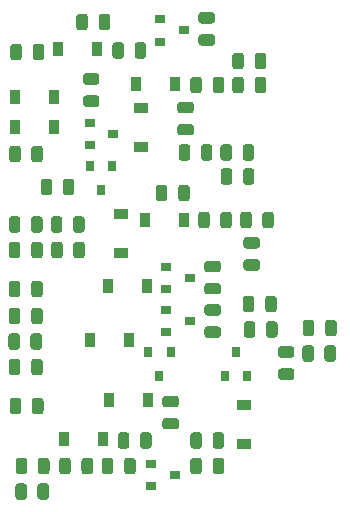
<source format=gbr>
%TF.GenerationSoftware,KiCad,Pcbnew,(5.1.6)-1*%
%TF.CreationDate,2021-03-15T21:03:39-07:00*%
%TF.ProjectId,ECUOutputs,4543554f-7574-4707-9574-732e6b696361,rev?*%
%TF.SameCoordinates,Original*%
%TF.FileFunction,Paste,Top*%
%TF.FilePolarity,Positive*%
%FSLAX46Y46*%
G04 Gerber Fmt 4.6, Leading zero omitted, Abs format (unit mm)*
G04 Created by KiCad (PCBNEW (5.1.6)-1) date 2021-03-15 21:03:39*
%MOMM*%
%LPD*%
G01*
G04 APERTURE LIST*
%ADD10R,0.900000X0.800000*%
%ADD11R,0.800000X0.900000*%
%ADD12R,0.900000X1.200000*%
%ADD13R,1.200000X0.900000*%
G04 APERTURE END LIST*
%TO.C,R39*%
G36*
G01*
X113812500Y-80466250D02*
X113812500Y-79553750D01*
G75*
G02*
X114056250Y-79310000I243750J0D01*
G01*
X114543750Y-79310000D01*
G75*
G02*
X114787500Y-79553750I0J-243750D01*
G01*
X114787500Y-80466250D01*
G75*
G02*
X114543750Y-80710000I-243750J0D01*
G01*
X114056250Y-80710000D01*
G75*
G02*
X113812500Y-80466250I0J243750D01*
G01*
G37*
G36*
G01*
X111937500Y-80466250D02*
X111937500Y-79553750D01*
G75*
G02*
X112181250Y-79310000I243750J0D01*
G01*
X112668750Y-79310000D01*
G75*
G02*
X112912500Y-79553750I0J-243750D01*
G01*
X112912500Y-80466250D01*
G75*
G02*
X112668750Y-80710000I-243750J0D01*
G01*
X112181250Y-80710000D01*
G75*
G02*
X111937500Y-80466250I0J243750D01*
G01*
G37*
%TD*%
%TO.C,R38*%
G36*
G01*
X132705500Y-72592250D02*
X132705500Y-71679750D01*
G75*
G02*
X132949250Y-71436000I243750J0D01*
G01*
X133436750Y-71436000D01*
G75*
G02*
X133680500Y-71679750I0J-243750D01*
G01*
X133680500Y-72592250D01*
G75*
G02*
X133436750Y-72836000I-243750J0D01*
G01*
X132949250Y-72836000D01*
G75*
G02*
X132705500Y-72592250I0J243750D01*
G01*
G37*
G36*
G01*
X130830500Y-72592250D02*
X130830500Y-71679750D01*
G75*
G02*
X131074250Y-71436000I243750J0D01*
G01*
X131561750Y-71436000D01*
G75*
G02*
X131805500Y-71679750I0J-243750D01*
G01*
X131805500Y-72592250D01*
G75*
G02*
X131561750Y-72836000I-243750J0D01*
G01*
X131074250Y-72836000D01*
G75*
G02*
X130830500Y-72592250I0J243750D01*
G01*
G37*
%TD*%
%TO.C,R37*%
G36*
G01*
X129107250Y-68970500D02*
X128194750Y-68970500D01*
G75*
G02*
X127951000Y-68726750I0J243750D01*
G01*
X127951000Y-68239250D01*
G75*
G02*
X128194750Y-67995500I243750J0D01*
G01*
X129107250Y-67995500D01*
G75*
G02*
X129351000Y-68239250I0J-243750D01*
G01*
X129351000Y-68726750D01*
G75*
G02*
X129107250Y-68970500I-243750J0D01*
G01*
G37*
G36*
G01*
X129107250Y-70845500D02*
X128194750Y-70845500D01*
G75*
G02*
X127951000Y-70601750I0J243750D01*
G01*
X127951000Y-70114250D01*
G75*
G02*
X128194750Y-69870500I243750J0D01*
G01*
X129107250Y-69870500D01*
G75*
G02*
X129351000Y-70114250I0J-243750D01*
G01*
X129351000Y-70601750D01*
G75*
G02*
X129107250Y-70845500I-243750J0D01*
G01*
G37*
%TD*%
%TO.C,R36*%
G36*
G01*
X113420500Y-108128750D02*
X113420500Y-109041250D01*
G75*
G02*
X113176750Y-109285000I-243750J0D01*
G01*
X112689250Y-109285000D01*
G75*
G02*
X112445500Y-109041250I0J243750D01*
G01*
X112445500Y-108128750D01*
G75*
G02*
X112689250Y-107885000I243750J0D01*
G01*
X113176750Y-107885000D01*
G75*
G02*
X113420500Y-108128750I0J-243750D01*
G01*
G37*
G36*
G01*
X115295500Y-108128750D02*
X115295500Y-109041250D01*
G75*
G02*
X115051750Y-109285000I-243750J0D01*
G01*
X114564250Y-109285000D01*
G75*
G02*
X114320500Y-109041250I0J243750D01*
G01*
X114320500Y-108128750D01*
G75*
G02*
X114564250Y-107885000I243750J0D01*
G01*
X115051750Y-107885000D01*
G75*
G02*
X115295500Y-108128750I0J-243750D01*
G01*
G37*
%TD*%
%TO.C,R35*%
G36*
G01*
X119497500Y-69290250D02*
X119497500Y-68377750D01*
G75*
G02*
X119741250Y-68134000I243750J0D01*
G01*
X120228750Y-68134000D01*
G75*
G02*
X120472500Y-68377750I0J-243750D01*
G01*
X120472500Y-69290250D01*
G75*
G02*
X120228750Y-69534000I-243750J0D01*
G01*
X119741250Y-69534000D01*
G75*
G02*
X119497500Y-69290250I0J243750D01*
G01*
G37*
G36*
G01*
X117622500Y-69290250D02*
X117622500Y-68377750D01*
G75*
G02*
X117866250Y-68134000I243750J0D01*
G01*
X118353750Y-68134000D01*
G75*
G02*
X118597500Y-68377750I0J-243750D01*
G01*
X118597500Y-69290250D01*
G75*
G02*
X118353750Y-69534000I-243750J0D01*
G01*
X117866250Y-69534000D01*
G75*
G02*
X117622500Y-69290250I0J243750D01*
G01*
G37*
%TD*%
%TO.C,R34*%
G36*
G01*
X130819500Y-81458750D02*
X130819500Y-82371250D01*
G75*
G02*
X130575750Y-82615000I-243750J0D01*
G01*
X130088250Y-82615000D01*
G75*
G02*
X129844500Y-82371250I0J243750D01*
G01*
X129844500Y-81458750D01*
G75*
G02*
X130088250Y-81215000I243750J0D01*
G01*
X130575750Y-81215000D01*
G75*
G02*
X130819500Y-81458750I0J-243750D01*
G01*
G37*
G36*
G01*
X132694500Y-81458750D02*
X132694500Y-82371250D01*
G75*
G02*
X132450750Y-82615000I-243750J0D01*
G01*
X131963250Y-82615000D01*
G75*
G02*
X131719500Y-82371250I0J243750D01*
G01*
X131719500Y-81458750D01*
G75*
G02*
X131963250Y-81215000I243750J0D01*
G01*
X132450750Y-81215000D01*
G75*
G02*
X132694500Y-81458750I0J-243750D01*
G01*
G37*
%TD*%
%TO.C,R33*%
G36*
G01*
X130789500Y-79426750D02*
X130789500Y-80339250D01*
G75*
G02*
X130545750Y-80583000I-243750J0D01*
G01*
X130058250Y-80583000D01*
G75*
G02*
X129814500Y-80339250I0J243750D01*
G01*
X129814500Y-79426750D01*
G75*
G02*
X130058250Y-79183000I243750J0D01*
G01*
X130545750Y-79183000D01*
G75*
G02*
X130789500Y-79426750I0J-243750D01*
G01*
G37*
G36*
G01*
X132664500Y-79426750D02*
X132664500Y-80339250D01*
G75*
G02*
X132420750Y-80583000I-243750J0D01*
G01*
X131933250Y-80583000D01*
G75*
G02*
X131689500Y-80339250I0J243750D01*
G01*
X131689500Y-79426750D01*
G75*
G02*
X131933250Y-79183000I243750J0D01*
G01*
X132420750Y-79183000D01*
G75*
G02*
X132664500Y-79426750I0J-243750D01*
G01*
G37*
%TD*%
%TO.C,R32*%
G36*
G01*
X122545500Y-71703250D02*
X122545500Y-70790750D01*
G75*
G02*
X122789250Y-70547000I243750J0D01*
G01*
X123276750Y-70547000D01*
G75*
G02*
X123520500Y-70790750I0J-243750D01*
G01*
X123520500Y-71703250D01*
G75*
G02*
X123276750Y-71947000I-243750J0D01*
G01*
X122789250Y-71947000D01*
G75*
G02*
X122545500Y-71703250I0J243750D01*
G01*
G37*
G36*
G01*
X120670500Y-71703250D02*
X120670500Y-70790750D01*
G75*
G02*
X120914250Y-70547000I243750J0D01*
G01*
X121401750Y-70547000D01*
G75*
G02*
X121645500Y-70790750I0J-243750D01*
G01*
X121645500Y-71703250D01*
G75*
G02*
X121401750Y-71947000I-243750J0D01*
G01*
X120914250Y-71947000D01*
G75*
G02*
X120670500Y-71703250I0J243750D01*
G01*
G37*
%TD*%
%TO.C,R31*%
G36*
G01*
X132705500Y-74624250D02*
X132705500Y-73711750D01*
G75*
G02*
X132949250Y-73468000I243750J0D01*
G01*
X133436750Y-73468000D01*
G75*
G02*
X133680500Y-73711750I0J-243750D01*
G01*
X133680500Y-74624250D01*
G75*
G02*
X133436750Y-74868000I-243750J0D01*
G01*
X132949250Y-74868000D01*
G75*
G02*
X132705500Y-74624250I0J243750D01*
G01*
G37*
G36*
G01*
X130830500Y-74624250D02*
X130830500Y-73711750D01*
G75*
G02*
X131074250Y-73468000I243750J0D01*
G01*
X131561750Y-73468000D01*
G75*
G02*
X131805500Y-73711750I0J-243750D01*
G01*
X131805500Y-74624250D01*
G75*
G02*
X131561750Y-74868000I-243750J0D01*
G01*
X131074250Y-74868000D01*
G75*
G02*
X130830500Y-74624250I0J243750D01*
G01*
G37*
%TD*%
%TO.C,R30*%
G36*
G01*
X119328250Y-74147500D02*
X118415750Y-74147500D01*
G75*
G02*
X118172000Y-73903750I0J243750D01*
G01*
X118172000Y-73416250D01*
G75*
G02*
X118415750Y-73172500I243750J0D01*
G01*
X119328250Y-73172500D01*
G75*
G02*
X119572000Y-73416250I0J-243750D01*
G01*
X119572000Y-73903750D01*
G75*
G02*
X119328250Y-74147500I-243750J0D01*
G01*
G37*
G36*
G01*
X119328250Y-76022500D02*
X118415750Y-76022500D01*
G75*
G02*
X118172000Y-75778750I0J243750D01*
G01*
X118172000Y-75291250D01*
G75*
G02*
X118415750Y-75047500I243750J0D01*
G01*
X119328250Y-75047500D01*
G75*
G02*
X119572000Y-75291250I0J-243750D01*
G01*
X119572000Y-75778750D01*
G75*
G02*
X119328250Y-76022500I-243750J0D01*
G01*
G37*
%TD*%
%TO.C,R29*%
G36*
G01*
X126416750Y-77460500D02*
X127329250Y-77460500D01*
G75*
G02*
X127573000Y-77704250I0J-243750D01*
G01*
X127573000Y-78191750D01*
G75*
G02*
X127329250Y-78435500I-243750J0D01*
G01*
X126416750Y-78435500D01*
G75*
G02*
X126173000Y-78191750I0J243750D01*
G01*
X126173000Y-77704250D01*
G75*
G02*
X126416750Y-77460500I243750J0D01*
G01*
G37*
G36*
G01*
X126416750Y-75585500D02*
X127329250Y-75585500D01*
G75*
G02*
X127573000Y-75829250I0J-243750D01*
G01*
X127573000Y-76316750D01*
G75*
G02*
X127329250Y-76560500I-243750J0D01*
G01*
X126416750Y-76560500D01*
G75*
G02*
X126173000Y-76316750I0J243750D01*
G01*
X126173000Y-75829250D01*
G75*
G02*
X126416750Y-75585500I243750J0D01*
G01*
G37*
%TD*%
%TO.C,R28*%
G36*
G01*
X127263500Y-79426750D02*
X127263500Y-80339250D01*
G75*
G02*
X127019750Y-80583000I-243750J0D01*
G01*
X126532250Y-80583000D01*
G75*
G02*
X126288500Y-80339250I0J243750D01*
G01*
X126288500Y-79426750D01*
G75*
G02*
X126532250Y-79183000I243750J0D01*
G01*
X127019750Y-79183000D01*
G75*
G02*
X127263500Y-79426750I0J-243750D01*
G01*
G37*
G36*
G01*
X129138500Y-79426750D02*
X129138500Y-80339250D01*
G75*
G02*
X128894750Y-80583000I-243750J0D01*
G01*
X128407250Y-80583000D01*
G75*
G02*
X128163500Y-80339250I0J243750D01*
G01*
X128163500Y-79426750D01*
G75*
G02*
X128407250Y-79183000I243750J0D01*
G01*
X128894750Y-79183000D01*
G75*
G02*
X129138500Y-79426750I0J-243750D01*
G01*
G37*
%TD*%
%TO.C,R27*%
G36*
G01*
X115579500Y-82347750D02*
X115579500Y-83260250D01*
G75*
G02*
X115335750Y-83504000I-243750J0D01*
G01*
X114848250Y-83504000D01*
G75*
G02*
X114604500Y-83260250I0J243750D01*
G01*
X114604500Y-82347750D01*
G75*
G02*
X114848250Y-82104000I243750J0D01*
G01*
X115335750Y-82104000D01*
G75*
G02*
X115579500Y-82347750I0J-243750D01*
G01*
G37*
G36*
G01*
X117454500Y-82347750D02*
X117454500Y-83260250D01*
G75*
G02*
X117210750Y-83504000I-243750J0D01*
G01*
X116723250Y-83504000D01*
G75*
G02*
X116479500Y-83260250I0J243750D01*
G01*
X116479500Y-82347750D01*
G75*
G02*
X116723250Y-82104000I243750J0D01*
G01*
X117210750Y-82104000D01*
G75*
G02*
X117454500Y-82347750I0J-243750D01*
G01*
G37*
%TD*%
%TO.C,R26*%
G36*
G01*
X113909500Y-71830250D02*
X113909500Y-70917750D01*
G75*
G02*
X114153250Y-70674000I243750J0D01*
G01*
X114640750Y-70674000D01*
G75*
G02*
X114884500Y-70917750I0J-243750D01*
G01*
X114884500Y-71830250D01*
G75*
G02*
X114640750Y-72074000I-243750J0D01*
G01*
X114153250Y-72074000D01*
G75*
G02*
X113909500Y-71830250I0J243750D01*
G01*
G37*
G36*
G01*
X112034500Y-71830250D02*
X112034500Y-70917750D01*
G75*
G02*
X112278250Y-70674000I243750J0D01*
G01*
X112765750Y-70674000D01*
G75*
G02*
X113009500Y-70917750I0J-243750D01*
G01*
X113009500Y-71830250D01*
G75*
G02*
X112765750Y-72074000I-243750J0D01*
G01*
X112278250Y-72074000D01*
G75*
G02*
X112034500Y-71830250I0J243750D01*
G01*
G37*
%TD*%
%TO.C,R25*%
G36*
G01*
X135838250Y-97261500D02*
X134925750Y-97261500D01*
G75*
G02*
X134682000Y-97017750I0J243750D01*
G01*
X134682000Y-96530250D01*
G75*
G02*
X134925750Y-96286500I243750J0D01*
G01*
X135838250Y-96286500D01*
G75*
G02*
X136082000Y-96530250I0J-243750D01*
G01*
X136082000Y-97017750D01*
G75*
G02*
X135838250Y-97261500I-243750J0D01*
G01*
G37*
G36*
G01*
X135838250Y-99136500D02*
X134925750Y-99136500D01*
G75*
G02*
X134682000Y-98892750I0J243750D01*
G01*
X134682000Y-98405250D01*
G75*
G02*
X134925750Y-98161500I243750J0D01*
G01*
X135838250Y-98161500D01*
G75*
G02*
X136082000Y-98405250I0J-243750D01*
G01*
X136082000Y-98892750D01*
G75*
G02*
X135838250Y-99136500I-243750J0D01*
G01*
G37*
%TD*%
%TO.C,R24*%
G36*
G01*
X113861000Y-101802250D02*
X113861000Y-100889750D01*
G75*
G02*
X114104750Y-100646000I243750J0D01*
G01*
X114592250Y-100646000D01*
G75*
G02*
X114836000Y-100889750I0J-243750D01*
G01*
X114836000Y-101802250D01*
G75*
G02*
X114592250Y-102046000I-243750J0D01*
G01*
X114104750Y-102046000D01*
G75*
G02*
X113861000Y-101802250I0J243750D01*
G01*
G37*
G36*
G01*
X111986000Y-101802250D02*
X111986000Y-100889750D01*
G75*
G02*
X112229750Y-100646000I243750J0D01*
G01*
X112717250Y-100646000D01*
G75*
G02*
X112961000Y-100889750I0J-243750D01*
G01*
X112961000Y-101802250D01*
G75*
G02*
X112717250Y-102046000I-243750J0D01*
G01*
X112229750Y-102046000D01*
G75*
G02*
X111986000Y-101802250I0J243750D01*
G01*
G37*
%TD*%
%TO.C,R23*%
G36*
G01*
X137726000Y-96444750D02*
X137726000Y-97357250D01*
G75*
G02*
X137482250Y-97601000I-243750J0D01*
G01*
X136994750Y-97601000D01*
G75*
G02*
X136751000Y-97357250I0J243750D01*
G01*
X136751000Y-96444750D01*
G75*
G02*
X136994750Y-96201000I243750J0D01*
G01*
X137482250Y-96201000D01*
G75*
G02*
X137726000Y-96444750I0J-243750D01*
G01*
G37*
G36*
G01*
X139601000Y-96444750D02*
X139601000Y-97357250D01*
G75*
G02*
X139357250Y-97601000I-243750J0D01*
G01*
X138869750Y-97601000D01*
G75*
G02*
X138626000Y-97357250I0J243750D01*
G01*
X138626000Y-96444750D01*
G75*
G02*
X138869750Y-96201000I243750J0D01*
G01*
X139357250Y-96201000D01*
G75*
G02*
X139601000Y-96444750I0J-243750D01*
G01*
G37*
%TD*%
%TO.C,R22*%
G36*
G01*
X133594500Y-93166250D02*
X133594500Y-92253750D01*
G75*
G02*
X133838250Y-92010000I243750J0D01*
G01*
X134325750Y-92010000D01*
G75*
G02*
X134569500Y-92253750I0J-243750D01*
G01*
X134569500Y-93166250D01*
G75*
G02*
X134325750Y-93410000I-243750J0D01*
G01*
X133838250Y-93410000D01*
G75*
G02*
X133594500Y-93166250I0J243750D01*
G01*
G37*
G36*
G01*
X131719500Y-93166250D02*
X131719500Y-92253750D01*
G75*
G02*
X131963250Y-92010000I243750J0D01*
G01*
X132450750Y-92010000D01*
G75*
G02*
X132694500Y-92253750I0J-243750D01*
G01*
X132694500Y-93166250D01*
G75*
G02*
X132450750Y-93410000I-243750J0D01*
G01*
X131963250Y-93410000D01*
G75*
G02*
X131719500Y-93166250I0J243750D01*
G01*
G37*
%TD*%
%TO.C,R21*%
G36*
G01*
X133673000Y-95325250D02*
X133673000Y-94412750D01*
G75*
G02*
X133916750Y-94169000I243750J0D01*
G01*
X134404250Y-94169000D01*
G75*
G02*
X134648000Y-94412750I0J-243750D01*
G01*
X134648000Y-95325250D01*
G75*
G02*
X134404250Y-95569000I-243750J0D01*
G01*
X133916750Y-95569000D01*
G75*
G02*
X133673000Y-95325250I0J243750D01*
G01*
G37*
G36*
G01*
X131798000Y-95325250D02*
X131798000Y-94412750D01*
G75*
G02*
X132041750Y-94169000I243750J0D01*
G01*
X132529250Y-94169000D01*
G75*
G02*
X132773000Y-94412750I0J-243750D01*
G01*
X132773000Y-95325250D01*
G75*
G02*
X132529250Y-95569000I-243750J0D01*
G01*
X132041750Y-95569000D01*
G75*
G02*
X131798000Y-95325250I0J243750D01*
G01*
G37*
%TD*%
%TO.C,R20*%
G36*
G01*
X112834000Y-95428750D02*
X112834000Y-96341250D01*
G75*
G02*
X112590250Y-96585000I-243750J0D01*
G01*
X112102750Y-96585000D01*
G75*
G02*
X111859000Y-96341250I0J243750D01*
G01*
X111859000Y-95428750D01*
G75*
G02*
X112102750Y-95185000I243750J0D01*
G01*
X112590250Y-95185000D01*
G75*
G02*
X112834000Y-95428750I0J-243750D01*
G01*
G37*
G36*
G01*
X114709000Y-95428750D02*
X114709000Y-96341250D01*
G75*
G02*
X114465250Y-96585000I-243750J0D01*
G01*
X113977750Y-96585000D01*
G75*
G02*
X113734000Y-96341250I0J243750D01*
G01*
X113734000Y-95428750D01*
G75*
G02*
X113977750Y-95185000I243750J0D01*
G01*
X114465250Y-95185000D01*
G75*
G02*
X114709000Y-95428750I0J-243750D01*
G01*
G37*
%TD*%
%TO.C,R19*%
G36*
G01*
X112882500Y-97587750D02*
X112882500Y-98500250D01*
G75*
G02*
X112638750Y-98744000I-243750J0D01*
G01*
X112151250Y-98744000D01*
G75*
G02*
X111907500Y-98500250I0J243750D01*
G01*
X111907500Y-97587750D01*
G75*
G02*
X112151250Y-97344000I243750J0D01*
G01*
X112638750Y-97344000D01*
G75*
G02*
X112882500Y-97587750I0J-243750D01*
G01*
G37*
G36*
G01*
X114757500Y-97587750D02*
X114757500Y-98500250D01*
G75*
G02*
X114513750Y-98744000I-243750J0D01*
G01*
X114026250Y-98744000D01*
G75*
G02*
X113782500Y-98500250I0J243750D01*
G01*
X113782500Y-97587750D01*
G75*
G02*
X114026250Y-97344000I243750J0D01*
G01*
X114513750Y-97344000D01*
G75*
G02*
X114757500Y-97587750I0J-243750D01*
G01*
G37*
%TD*%
%TO.C,R18*%
G36*
G01*
X112882500Y-93269750D02*
X112882500Y-94182250D01*
G75*
G02*
X112638750Y-94426000I-243750J0D01*
G01*
X112151250Y-94426000D01*
G75*
G02*
X111907500Y-94182250I0J243750D01*
G01*
X111907500Y-93269750D01*
G75*
G02*
X112151250Y-93026000I243750J0D01*
G01*
X112638750Y-93026000D01*
G75*
G02*
X112882500Y-93269750I0J-243750D01*
G01*
G37*
G36*
G01*
X114757500Y-93269750D02*
X114757500Y-94182250D01*
G75*
G02*
X114513750Y-94426000I-243750J0D01*
G01*
X114026250Y-94426000D01*
G75*
G02*
X113782500Y-94182250I0J243750D01*
G01*
X113782500Y-93269750D01*
G75*
G02*
X114026250Y-93026000I243750J0D01*
G01*
X114513750Y-93026000D01*
G75*
G02*
X114757500Y-93269750I0J-243750D01*
G01*
G37*
%TD*%
%TO.C,R17*%
G36*
G01*
X112882500Y-90983750D02*
X112882500Y-91896250D01*
G75*
G02*
X112638750Y-92140000I-243750J0D01*
G01*
X112151250Y-92140000D01*
G75*
G02*
X111907500Y-91896250I0J243750D01*
G01*
X111907500Y-90983750D01*
G75*
G02*
X112151250Y-90740000I243750J0D01*
G01*
X112638750Y-90740000D01*
G75*
G02*
X112882500Y-90983750I0J-243750D01*
G01*
G37*
G36*
G01*
X114757500Y-90983750D02*
X114757500Y-91896250D01*
G75*
G02*
X114513750Y-92140000I-243750J0D01*
G01*
X114026250Y-92140000D01*
G75*
G02*
X113782500Y-91896250I0J243750D01*
G01*
X113782500Y-90983750D01*
G75*
G02*
X114026250Y-90740000I243750J0D01*
G01*
X114513750Y-90740000D01*
G75*
G02*
X114757500Y-90983750I0J-243750D01*
G01*
G37*
%TD*%
%TO.C,R16*%
G36*
G01*
X128702750Y-94605500D02*
X129615250Y-94605500D01*
G75*
G02*
X129859000Y-94849250I0J-243750D01*
G01*
X129859000Y-95336750D01*
G75*
G02*
X129615250Y-95580500I-243750J0D01*
G01*
X128702750Y-95580500D01*
G75*
G02*
X128459000Y-95336750I0J243750D01*
G01*
X128459000Y-94849250D01*
G75*
G02*
X128702750Y-94605500I243750J0D01*
G01*
G37*
G36*
G01*
X128702750Y-92730500D02*
X129615250Y-92730500D01*
G75*
G02*
X129859000Y-92974250I0J-243750D01*
G01*
X129859000Y-93461750D01*
G75*
G02*
X129615250Y-93705500I-243750J0D01*
G01*
X128702750Y-93705500D01*
G75*
G02*
X128459000Y-93461750I0J243750D01*
G01*
X128459000Y-92974250D01*
G75*
G02*
X128702750Y-92730500I243750J0D01*
G01*
G37*
%TD*%
%TO.C,R15*%
G36*
G01*
X132004750Y-88920500D02*
X132917250Y-88920500D01*
G75*
G02*
X133161000Y-89164250I0J-243750D01*
G01*
X133161000Y-89651750D01*
G75*
G02*
X132917250Y-89895500I-243750J0D01*
G01*
X132004750Y-89895500D01*
G75*
G02*
X131761000Y-89651750I0J243750D01*
G01*
X131761000Y-89164250D01*
G75*
G02*
X132004750Y-88920500I243750J0D01*
G01*
G37*
G36*
G01*
X132004750Y-87045500D02*
X132917250Y-87045500D01*
G75*
G02*
X133161000Y-87289250I0J-243750D01*
G01*
X133161000Y-87776750D01*
G75*
G02*
X132917250Y-88020500I-243750J0D01*
G01*
X132004750Y-88020500D01*
G75*
G02*
X131761000Y-87776750I0J243750D01*
G01*
X131761000Y-87289250D01*
G75*
G02*
X132004750Y-87045500I243750J0D01*
G01*
G37*
%TD*%
%TO.C,R14*%
G36*
G01*
X125328500Y-82855750D02*
X125328500Y-83768250D01*
G75*
G02*
X125084750Y-84012000I-243750J0D01*
G01*
X124597250Y-84012000D01*
G75*
G02*
X124353500Y-83768250I0J243750D01*
G01*
X124353500Y-82855750D01*
G75*
G02*
X124597250Y-82612000I243750J0D01*
G01*
X125084750Y-82612000D01*
G75*
G02*
X125328500Y-82855750I0J-243750D01*
G01*
G37*
G36*
G01*
X127203500Y-82855750D02*
X127203500Y-83768250D01*
G75*
G02*
X126959750Y-84012000I-243750J0D01*
G01*
X126472250Y-84012000D01*
G75*
G02*
X126228500Y-83768250I0J243750D01*
G01*
X126228500Y-82855750D01*
G75*
G02*
X126472250Y-82612000I243750J0D01*
G01*
X126959750Y-82612000D01*
G75*
G02*
X127203500Y-82855750I0J-243750D01*
G01*
G37*
%TD*%
%TO.C,R13*%
G36*
G01*
X128702750Y-90922500D02*
X129615250Y-90922500D01*
G75*
G02*
X129859000Y-91166250I0J-243750D01*
G01*
X129859000Y-91653750D01*
G75*
G02*
X129615250Y-91897500I-243750J0D01*
G01*
X128702750Y-91897500D01*
G75*
G02*
X128459000Y-91653750I0J243750D01*
G01*
X128459000Y-91166250D01*
G75*
G02*
X128702750Y-90922500I243750J0D01*
G01*
G37*
G36*
G01*
X128702750Y-89047500D02*
X129615250Y-89047500D01*
G75*
G02*
X129859000Y-89291250I0J-243750D01*
G01*
X129859000Y-89778750D01*
G75*
G02*
X129615250Y-90022500I-243750J0D01*
G01*
X128702750Y-90022500D01*
G75*
G02*
X128459000Y-89778750I0J243750D01*
G01*
X128459000Y-89291250D01*
G75*
G02*
X128702750Y-89047500I243750J0D01*
G01*
G37*
%TD*%
%TO.C,R12*%
G36*
G01*
X132470500Y-85141750D02*
X132470500Y-86054250D01*
G75*
G02*
X132226750Y-86298000I-243750J0D01*
G01*
X131739250Y-86298000D01*
G75*
G02*
X131495500Y-86054250I0J243750D01*
G01*
X131495500Y-85141750D01*
G75*
G02*
X131739250Y-84898000I243750J0D01*
G01*
X132226750Y-84898000D01*
G75*
G02*
X132470500Y-85141750I0J-243750D01*
G01*
G37*
G36*
G01*
X134345500Y-85141750D02*
X134345500Y-86054250D01*
G75*
G02*
X134101750Y-86298000I-243750J0D01*
G01*
X133614250Y-86298000D01*
G75*
G02*
X133370500Y-86054250I0J243750D01*
G01*
X133370500Y-85141750D01*
G75*
G02*
X133614250Y-84898000I243750J0D01*
G01*
X134101750Y-84898000D01*
G75*
G02*
X134345500Y-85141750I0J-243750D01*
G01*
G37*
%TD*%
%TO.C,R11*%
G36*
G01*
X116438500Y-85522750D02*
X116438500Y-86435250D01*
G75*
G02*
X116194750Y-86679000I-243750J0D01*
G01*
X115707250Y-86679000D01*
G75*
G02*
X115463500Y-86435250I0J243750D01*
G01*
X115463500Y-85522750D01*
G75*
G02*
X115707250Y-85279000I243750J0D01*
G01*
X116194750Y-85279000D01*
G75*
G02*
X116438500Y-85522750I0J-243750D01*
G01*
G37*
G36*
G01*
X118313500Y-85522750D02*
X118313500Y-86435250D01*
G75*
G02*
X118069750Y-86679000I-243750J0D01*
G01*
X117582250Y-86679000D01*
G75*
G02*
X117338500Y-86435250I0J243750D01*
G01*
X117338500Y-85522750D01*
G75*
G02*
X117582250Y-85279000I243750J0D01*
G01*
X118069750Y-85279000D01*
G75*
G02*
X118313500Y-85522750I0J-243750D01*
G01*
G37*
%TD*%
%TO.C,R10*%
G36*
G01*
X116468500Y-87681750D02*
X116468500Y-88594250D01*
G75*
G02*
X116224750Y-88838000I-243750J0D01*
G01*
X115737250Y-88838000D01*
G75*
G02*
X115493500Y-88594250I0J243750D01*
G01*
X115493500Y-87681750D01*
G75*
G02*
X115737250Y-87438000I243750J0D01*
G01*
X116224750Y-87438000D01*
G75*
G02*
X116468500Y-87681750I0J-243750D01*
G01*
G37*
G36*
G01*
X118343500Y-87681750D02*
X118343500Y-88594250D01*
G75*
G02*
X118099750Y-88838000I-243750J0D01*
G01*
X117612250Y-88838000D01*
G75*
G02*
X117368500Y-88594250I0J243750D01*
G01*
X117368500Y-87681750D01*
G75*
G02*
X117612250Y-87438000I243750J0D01*
G01*
X118099750Y-87438000D01*
G75*
G02*
X118343500Y-87681750I0J-243750D01*
G01*
G37*
%TD*%
%TO.C,R9*%
G36*
G01*
X112882500Y-87681750D02*
X112882500Y-88594250D01*
G75*
G02*
X112638750Y-88838000I-243750J0D01*
G01*
X112151250Y-88838000D01*
G75*
G02*
X111907500Y-88594250I0J243750D01*
G01*
X111907500Y-87681750D01*
G75*
G02*
X112151250Y-87438000I243750J0D01*
G01*
X112638750Y-87438000D01*
G75*
G02*
X112882500Y-87681750I0J-243750D01*
G01*
G37*
G36*
G01*
X114757500Y-87681750D02*
X114757500Y-88594250D01*
G75*
G02*
X114513750Y-88838000I-243750J0D01*
G01*
X114026250Y-88838000D01*
G75*
G02*
X113782500Y-88594250I0J243750D01*
G01*
X113782500Y-87681750D01*
G75*
G02*
X114026250Y-87438000I243750J0D01*
G01*
X114513750Y-87438000D01*
G75*
G02*
X114757500Y-87681750I0J-243750D01*
G01*
G37*
%TD*%
%TO.C,R8*%
G36*
G01*
X112882500Y-85522750D02*
X112882500Y-86435250D01*
G75*
G02*
X112638750Y-86679000I-243750J0D01*
G01*
X112151250Y-86679000D01*
G75*
G02*
X111907500Y-86435250I0J243750D01*
G01*
X111907500Y-85522750D01*
G75*
G02*
X112151250Y-85279000I243750J0D01*
G01*
X112638750Y-85279000D01*
G75*
G02*
X112882500Y-85522750I0J-243750D01*
G01*
G37*
G36*
G01*
X114757500Y-85522750D02*
X114757500Y-86435250D01*
G75*
G02*
X114513750Y-86679000I-243750J0D01*
G01*
X114026250Y-86679000D01*
G75*
G02*
X113782500Y-86435250I0J243750D01*
G01*
X113782500Y-85522750D01*
G75*
G02*
X114026250Y-85279000I243750J0D01*
G01*
X114513750Y-85279000D01*
G75*
G02*
X114757500Y-85522750I0J-243750D01*
G01*
G37*
%TD*%
%TO.C,R7*%
G36*
G01*
X129149500Y-104723250D02*
X129149500Y-103810750D01*
G75*
G02*
X129393250Y-103567000I243750J0D01*
G01*
X129880750Y-103567000D01*
G75*
G02*
X130124500Y-103810750I0J-243750D01*
G01*
X130124500Y-104723250D01*
G75*
G02*
X129880750Y-104967000I-243750J0D01*
G01*
X129393250Y-104967000D01*
G75*
G02*
X129149500Y-104723250I0J243750D01*
G01*
G37*
G36*
G01*
X127274500Y-104723250D02*
X127274500Y-103810750D01*
G75*
G02*
X127518250Y-103567000I243750J0D01*
G01*
X128005750Y-103567000D01*
G75*
G02*
X128249500Y-103810750I0J-243750D01*
G01*
X128249500Y-104723250D01*
G75*
G02*
X128005750Y-104967000I-243750J0D01*
G01*
X127518250Y-104967000D01*
G75*
G02*
X127274500Y-104723250I0J243750D01*
G01*
G37*
%TD*%
%TO.C,R6*%
G36*
G01*
X125146750Y-102352500D02*
X126059250Y-102352500D01*
G75*
G02*
X126303000Y-102596250I0J-243750D01*
G01*
X126303000Y-103083750D01*
G75*
G02*
X126059250Y-103327500I-243750J0D01*
G01*
X125146750Y-103327500D01*
G75*
G02*
X124903000Y-103083750I0J243750D01*
G01*
X124903000Y-102596250D01*
G75*
G02*
X125146750Y-102352500I243750J0D01*
G01*
G37*
G36*
G01*
X125146750Y-100477500D02*
X126059250Y-100477500D01*
G75*
G02*
X126303000Y-100721250I0J-243750D01*
G01*
X126303000Y-101208750D01*
G75*
G02*
X126059250Y-101452500I-243750J0D01*
G01*
X125146750Y-101452500D01*
G75*
G02*
X124903000Y-101208750I0J243750D01*
G01*
X124903000Y-100721250D01*
G75*
G02*
X125146750Y-100477500I243750J0D01*
G01*
G37*
%TD*%
%TO.C,R5*%
G36*
G01*
X129149500Y-106882250D02*
X129149500Y-105969750D01*
G75*
G02*
X129393250Y-105726000I243750J0D01*
G01*
X129880750Y-105726000D01*
G75*
G02*
X130124500Y-105969750I0J-243750D01*
G01*
X130124500Y-106882250D01*
G75*
G02*
X129880750Y-107126000I-243750J0D01*
G01*
X129393250Y-107126000D01*
G75*
G02*
X129149500Y-106882250I0J243750D01*
G01*
G37*
G36*
G01*
X127274500Y-106882250D02*
X127274500Y-105969750D01*
G75*
G02*
X127518250Y-105726000I243750J0D01*
G01*
X128005750Y-105726000D01*
G75*
G02*
X128249500Y-105969750I0J-243750D01*
G01*
X128249500Y-106882250D01*
G75*
G02*
X128005750Y-107126000I-243750J0D01*
G01*
X127518250Y-107126000D01*
G75*
G02*
X127274500Y-106882250I0J243750D01*
G01*
G37*
%TD*%
%TO.C,R4*%
G36*
G01*
X114369000Y-106882250D02*
X114369000Y-105969750D01*
G75*
G02*
X114612750Y-105726000I243750J0D01*
G01*
X115100250Y-105726000D01*
G75*
G02*
X115344000Y-105969750I0J-243750D01*
G01*
X115344000Y-106882250D01*
G75*
G02*
X115100250Y-107126000I-243750J0D01*
G01*
X114612750Y-107126000D01*
G75*
G02*
X114369000Y-106882250I0J243750D01*
G01*
G37*
G36*
G01*
X112494000Y-106882250D02*
X112494000Y-105969750D01*
G75*
G02*
X112737750Y-105726000I243750J0D01*
G01*
X113225250Y-105726000D01*
G75*
G02*
X113469000Y-105969750I0J-243750D01*
G01*
X113469000Y-106882250D01*
G75*
G02*
X113225250Y-107126000I-243750J0D01*
G01*
X112737750Y-107126000D01*
G75*
G02*
X112494000Y-106882250I0J243750D01*
G01*
G37*
%TD*%
%TO.C,R3*%
G36*
G01*
X117152000Y-105969750D02*
X117152000Y-106882250D01*
G75*
G02*
X116908250Y-107126000I-243750J0D01*
G01*
X116420750Y-107126000D01*
G75*
G02*
X116177000Y-106882250I0J243750D01*
G01*
X116177000Y-105969750D01*
G75*
G02*
X116420750Y-105726000I243750J0D01*
G01*
X116908250Y-105726000D01*
G75*
G02*
X117152000Y-105969750I0J-243750D01*
G01*
G37*
G36*
G01*
X119027000Y-105969750D02*
X119027000Y-106882250D01*
G75*
G02*
X118783250Y-107126000I-243750J0D01*
G01*
X118295750Y-107126000D01*
G75*
G02*
X118052000Y-106882250I0J243750D01*
G01*
X118052000Y-105969750D01*
G75*
G02*
X118295750Y-105726000I243750J0D01*
G01*
X118783250Y-105726000D01*
G75*
G02*
X119027000Y-105969750I0J-243750D01*
G01*
G37*
%TD*%
%TO.C,R2*%
G36*
G01*
X123005000Y-104723250D02*
X123005000Y-103810750D01*
G75*
G02*
X123248750Y-103567000I243750J0D01*
G01*
X123736250Y-103567000D01*
G75*
G02*
X123980000Y-103810750I0J-243750D01*
G01*
X123980000Y-104723250D01*
G75*
G02*
X123736250Y-104967000I-243750J0D01*
G01*
X123248750Y-104967000D01*
G75*
G02*
X123005000Y-104723250I0J243750D01*
G01*
G37*
G36*
G01*
X121130000Y-104723250D02*
X121130000Y-103810750D01*
G75*
G02*
X121373750Y-103567000I243750J0D01*
G01*
X121861250Y-103567000D01*
G75*
G02*
X122105000Y-103810750I0J-243750D01*
G01*
X122105000Y-104723250D01*
G75*
G02*
X121861250Y-104967000I-243750J0D01*
G01*
X121373750Y-104967000D01*
G75*
G02*
X121130000Y-104723250I0J243750D01*
G01*
G37*
%TD*%
%TO.C,R1*%
G36*
G01*
X121656500Y-106882250D02*
X121656500Y-105969750D01*
G75*
G02*
X121900250Y-105726000I243750J0D01*
G01*
X122387750Y-105726000D01*
G75*
G02*
X122631500Y-105969750I0J-243750D01*
G01*
X122631500Y-106882250D01*
G75*
G02*
X122387750Y-107126000I-243750J0D01*
G01*
X121900250Y-107126000D01*
G75*
G02*
X121656500Y-106882250I0J243750D01*
G01*
G37*
G36*
G01*
X119781500Y-106882250D02*
X119781500Y-105969750D01*
G75*
G02*
X120025250Y-105726000I243750J0D01*
G01*
X120512750Y-105726000D01*
G75*
G02*
X120756500Y-105969750I0J-243750D01*
G01*
X120756500Y-106882250D01*
G75*
G02*
X120512750Y-107126000I-243750J0D01*
G01*
X120025250Y-107126000D01*
G75*
G02*
X119781500Y-106882250I0J243750D01*
G01*
G37*
%TD*%
D10*
%TO.C,Q8*%
X126714000Y-69535000D03*
X124714000Y-70485000D03*
X124714000Y-68585000D03*
%TD*%
D11*
%TO.C,Q7*%
X119695000Y-83026000D03*
X118745000Y-81026000D03*
X120645000Y-81026000D03*
%TD*%
D10*
%TO.C,Q6*%
X120745000Y-78298000D03*
X118745000Y-79248000D03*
X118745000Y-77348000D03*
%TD*%
D11*
%TO.C,Q5*%
X131130000Y-96806000D03*
X132080000Y-98806000D03*
X130180000Y-98806000D03*
%TD*%
%TO.C,Q4*%
X124653000Y-98774000D03*
X123703000Y-96774000D03*
X125603000Y-96774000D03*
%TD*%
D10*
%TO.C,Q3*%
X127222000Y-94168000D03*
X125222000Y-95118000D03*
X125222000Y-93218000D03*
%TD*%
%TO.C,Q2*%
X127222000Y-90485000D03*
X125222000Y-91435000D03*
X125222000Y-89535000D03*
%TD*%
%TO.C,Q1*%
X125968000Y-107188000D03*
X123968000Y-108138000D03*
X123968000Y-106238000D03*
%TD*%
D12*
%TO.C,D12*%
X115695000Y-75184000D03*
X112395000Y-75184000D03*
%TD*%
%TO.C,D11*%
X115695000Y-77724000D03*
X112395000Y-77724000D03*
%TD*%
D13*
%TO.C,D10*%
X123063000Y-76074000D03*
X123063000Y-79374000D03*
%TD*%
D12*
%TO.C,D9*%
X125984000Y-74041000D03*
X122684000Y-74041000D03*
%TD*%
%TO.C,D8*%
X116080000Y-71120000D03*
X119380000Y-71120000D03*
%TD*%
%TO.C,D7*%
X118747000Y-95758000D03*
X122047000Y-95758000D03*
%TD*%
%TO.C,D6*%
X120270000Y-91186000D03*
X123570000Y-91186000D03*
%TD*%
%TO.C,D5*%
X123446000Y-85598000D03*
X126746000Y-85598000D03*
%TD*%
D13*
%TO.C,D4*%
X121412000Y-85090000D03*
X121412000Y-88390000D03*
%TD*%
%TO.C,D3*%
X131826000Y-104521000D03*
X131826000Y-101221000D03*
%TD*%
D12*
%TO.C,D2*%
X120398000Y-100838000D03*
X123698000Y-100838000D03*
%TD*%
%TO.C,D1*%
X116587000Y-104140000D03*
X119887000Y-104140000D03*
%TD*%
%TO.C,C3*%
G36*
G01*
X129149500Y-74624250D02*
X129149500Y-73711750D01*
G75*
G02*
X129393250Y-73468000I243750J0D01*
G01*
X129880750Y-73468000D01*
G75*
G02*
X130124500Y-73711750I0J-243750D01*
G01*
X130124500Y-74624250D01*
G75*
G02*
X129880750Y-74868000I-243750J0D01*
G01*
X129393250Y-74868000D01*
G75*
G02*
X129149500Y-74624250I0J243750D01*
G01*
G37*
G36*
G01*
X127274500Y-74624250D02*
X127274500Y-73711750D01*
G75*
G02*
X127518250Y-73468000I243750J0D01*
G01*
X128005750Y-73468000D01*
G75*
G02*
X128249500Y-73711750I0J-243750D01*
G01*
X128249500Y-74624250D01*
G75*
G02*
X128005750Y-74868000I-243750J0D01*
G01*
X127518250Y-74868000D01*
G75*
G02*
X127274500Y-74624250I0J243750D01*
G01*
G37*
%TD*%
%TO.C,C2*%
G36*
G01*
X138674500Y-95198250D02*
X138674500Y-94285750D01*
G75*
G02*
X138918250Y-94042000I243750J0D01*
G01*
X139405750Y-94042000D01*
G75*
G02*
X139649500Y-94285750I0J-243750D01*
G01*
X139649500Y-95198250D01*
G75*
G02*
X139405750Y-95442000I-243750J0D01*
G01*
X138918250Y-95442000D01*
G75*
G02*
X138674500Y-95198250I0J243750D01*
G01*
G37*
G36*
G01*
X136799500Y-95198250D02*
X136799500Y-94285750D01*
G75*
G02*
X137043250Y-94042000I243750J0D01*
G01*
X137530750Y-94042000D01*
G75*
G02*
X137774500Y-94285750I0J-243750D01*
G01*
X137774500Y-95198250D01*
G75*
G02*
X137530750Y-95442000I-243750J0D01*
G01*
X137043250Y-95442000D01*
G75*
G02*
X136799500Y-95198250I0J243750D01*
G01*
G37*
%TD*%
%TO.C,C1*%
G36*
G01*
X128914500Y-85141750D02*
X128914500Y-86054250D01*
G75*
G02*
X128670750Y-86298000I-243750J0D01*
G01*
X128183250Y-86298000D01*
G75*
G02*
X127939500Y-86054250I0J243750D01*
G01*
X127939500Y-85141750D01*
G75*
G02*
X128183250Y-84898000I243750J0D01*
G01*
X128670750Y-84898000D01*
G75*
G02*
X128914500Y-85141750I0J-243750D01*
G01*
G37*
G36*
G01*
X130789500Y-85141750D02*
X130789500Y-86054250D01*
G75*
G02*
X130545750Y-86298000I-243750J0D01*
G01*
X130058250Y-86298000D01*
G75*
G02*
X129814500Y-86054250I0J243750D01*
G01*
X129814500Y-85141750D01*
G75*
G02*
X130058250Y-84898000I243750J0D01*
G01*
X130545750Y-84898000D01*
G75*
G02*
X130789500Y-85141750I0J-243750D01*
G01*
G37*
%TD*%
M02*

</source>
